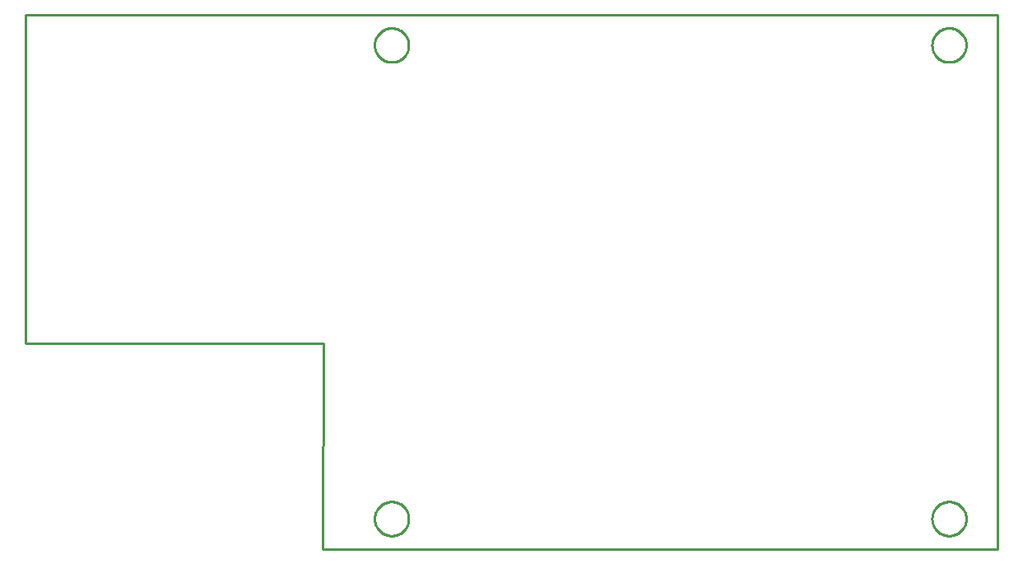
<source format=gbr>
G04 EAGLE Gerber RS-274X export*
G75*
%MOMM*%
%FSLAX34Y34*%
%LPD*%
%IN*%
%IPPOS*%
%AMOC8*
5,1,8,0,0,1.08239X$1,22.5*%
G01*
%ADD10C,0.254000*%


D10*
X50000Y212000D02*
X356000Y212000D01*
X355600Y0D01*
X1050000Y0D01*
X1050000Y550000D01*
X50000Y550000D01*
X50000Y212000D01*
X444000Y517927D02*
X443925Y516784D01*
X443776Y515648D01*
X443552Y514524D01*
X443255Y513417D01*
X442887Y512332D01*
X442449Y511274D01*
X441942Y510246D01*
X441369Y509254D01*
X440732Y508301D01*
X440035Y507392D01*
X439279Y506531D01*
X438469Y505721D01*
X437608Y504965D01*
X436699Y504268D01*
X435746Y503631D01*
X434754Y503058D01*
X433726Y502551D01*
X432668Y502113D01*
X431583Y501745D01*
X430476Y501448D01*
X429352Y501225D01*
X428216Y501075D01*
X427073Y501000D01*
X425927Y501000D01*
X424784Y501075D01*
X423648Y501225D01*
X422524Y501448D01*
X421417Y501745D01*
X420332Y502113D01*
X419274Y502551D01*
X418246Y503058D01*
X417254Y503631D01*
X416301Y504268D01*
X415392Y504965D01*
X414531Y505721D01*
X413721Y506531D01*
X412965Y507392D01*
X412268Y508301D01*
X411631Y509254D01*
X411058Y510246D01*
X410551Y511274D01*
X410113Y512332D01*
X409745Y513417D01*
X409448Y514524D01*
X409225Y515648D01*
X409075Y516784D01*
X409000Y517927D01*
X409000Y519073D01*
X409075Y520216D01*
X409225Y521352D01*
X409448Y522476D01*
X409745Y523583D01*
X410113Y524668D01*
X410551Y525726D01*
X411058Y526754D01*
X411631Y527746D01*
X412268Y528699D01*
X412965Y529608D01*
X413721Y530469D01*
X414531Y531279D01*
X415392Y532035D01*
X416301Y532732D01*
X417254Y533369D01*
X418246Y533942D01*
X419274Y534449D01*
X420332Y534887D01*
X421417Y535255D01*
X422524Y535552D01*
X423648Y535776D01*
X424784Y535925D01*
X425927Y536000D01*
X427073Y536000D01*
X428216Y535925D01*
X429352Y535776D01*
X430476Y535552D01*
X431583Y535255D01*
X432668Y534887D01*
X433726Y534449D01*
X434754Y533942D01*
X435746Y533369D01*
X436699Y532732D01*
X437608Y532035D01*
X438469Y531279D01*
X439279Y530469D01*
X440035Y529608D01*
X440732Y528699D01*
X441369Y527746D01*
X441942Y526754D01*
X442449Y525726D01*
X442887Y524668D01*
X443255Y523583D01*
X443552Y522476D01*
X443776Y521352D01*
X443925Y520216D01*
X444000Y519073D01*
X444000Y517927D01*
X444000Y30927D02*
X443925Y29784D01*
X443776Y28648D01*
X443552Y27524D01*
X443255Y26417D01*
X442887Y25332D01*
X442449Y24274D01*
X441942Y23246D01*
X441369Y22254D01*
X440732Y21301D01*
X440035Y20392D01*
X439279Y19531D01*
X438469Y18721D01*
X437608Y17965D01*
X436699Y17268D01*
X435746Y16631D01*
X434754Y16058D01*
X433726Y15551D01*
X432668Y15113D01*
X431583Y14745D01*
X430476Y14448D01*
X429352Y14225D01*
X428216Y14075D01*
X427073Y14000D01*
X425927Y14000D01*
X424784Y14075D01*
X423648Y14225D01*
X422524Y14448D01*
X421417Y14745D01*
X420332Y15113D01*
X419274Y15551D01*
X418246Y16058D01*
X417254Y16631D01*
X416301Y17268D01*
X415392Y17965D01*
X414531Y18721D01*
X413721Y19531D01*
X412965Y20392D01*
X412268Y21301D01*
X411631Y22254D01*
X411058Y23246D01*
X410551Y24274D01*
X410113Y25332D01*
X409745Y26417D01*
X409448Y27524D01*
X409225Y28648D01*
X409075Y29784D01*
X409000Y30927D01*
X409000Y32073D01*
X409075Y33216D01*
X409225Y34352D01*
X409448Y35476D01*
X409745Y36583D01*
X410113Y37668D01*
X410551Y38726D01*
X411058Y39754D01*
X411631Y40746D01*
X412268Y41699D01*
X412965Y42608D01*
X413721Y43469D01*
X414531Y44279D01*
X415392Y45035D01*
X416301Y45732D01*
X417254Y46369D01*
X418246Y46942D01*
X419274Y47449D01*
X420332Y47887D01*
X421417Y48255D01*
X422524Y48552D01*
X423648Y48776D01*
X424784Y48925D01*
X425927Y49000D01*
X427073Y49000D01*
X428216Y48925D01*
X429352Y48776D01*
X430476Y48552D01*
X431583Y48255D01*
X432668Y47887D01*
X433726Y47449D01*
X434754Y46942D01*
X435746Y46369D01*
X436699Y45732D01*
X437608Y45035D01*
X438469Y44279D01*
X439279Y43469D01*
X440035Y42608D01*
X440732Y41699D01*
X441369Y40746D01*
X441942Y39754D01*
X442449Y38726D01*
X442887Y37668D01*
X443255Y36583D01*
X443552Y35476D01*
X443776Y34352D01*
X443925Y33216D01*
X444000Y32073D01*
X444000Y30927D01*
X1017500Y30927D02*
X1017425Y29784D01*
X1017276Y28648D01*
X1017052Y27524D01*
X1016755Y26417D01*
X1016387Y25332D01*
X1015949Y24274D01*
X1015442Y23246D01*
X1014869Y22254D01*
X1014232Y21301D01*
X1013535Y20392D01*
X1012779Y19531D01*
X1011969Y18721D01*
X1011108Y17965D01*
X1010199Y17268D01*
X1009246Y16631D01*
X1008254Y16058D01*
X1007226Y15551D01*
X1006168Y15113D01*
X1005083Y14745D01*
X1003976Y14448D01*
X1002852Y14225D01*
X1001716Y14075D01*
X1000573Y14000D01*
X999427Y14000D01*
X998284Y14075D01*
X997148Y14225D01*
X996024Y14448D01*
X994917Y14745D01*
X993832Y15113D01*
X992774Y15551D01*
X991746Y16058D01*
X990754Y16631D01*
X989801Y17268D01*
X988892Y17965D01*
X988031Y18721D01*
X987221Y19531D01*
X986465Y20392D01*
X985768Y21301D01*
X985131Y22254D01*
X984558Y23246D01*
X984051Y24274D01*
X983613Y25332D01*
X983245Y26417D01*
X982948Y27524D01*
X982725Y28648D01*
X982575Y29784D01*
X982500Y30927D01*
X982500Y32073D01*
X982575Y33216D01*
X982725Y34352D01*
X982948Y35476D01*
X983245Y36583D01*
X983613Y37668D01*
X984051Y38726D01*
X984558Y39754D01*
X985131Y40746D01*
X985768Y41699D01*
X986465Y42608D01*
X987221Y43469D01*
X988031Y44279D01*
X988892Y45035D01*
X989801Y45732D01*
X990754Y46369D01*
X991746Y46942D01*
X992774Y47449D01*
X993832Y47887D01*
X994917Y48255D01*
X996024Y48552D01*
X997148Y48776D01*
X998284Y48925D01*
X999427Y49000D01*
X1000573Y49000D01*
X1001716Y48925D01*
X1002852Y48776D01*
X1003976Y48552D01*
X1005083Y48255D01*
X1006168Y47887D01*
X1007226Y47449D01*
X1008254Y46942D01*
X1009246Y46369D01*
X1010199Y45732D01*
X1011108Y45035D01*
X1011969Y44279D01*
X1012779Y43469D01*
X1013535Y42608D01*
X1014232Y41699D01*
X1014869Y40746D01*
X1015442Y39754D01*
X1015949Y38726D01*
X1016387Y37668D01*
X1016755Y36583D01*
X1017052Y35476D01*
X1017276Y34352D01*
X1017425Y33216D01*
X1017500Y32073D01*
X1017500Y30927D01*
X1017500Y517927D02*
X1017425Y516784D01*
X1017276Y515648D01*
X1017052Y514524D01*
X1016755Y513417D01*
X1016387Y512332D01*
X1015949Y511274D01*
X1015442Y510246D01*
X1014869Y509254D01*
X1014232Y508301D01*
X1013535Y507392D01*
X1012779Y506531D01*
X1011969Y505721D01*
X1011108Y504965D01*
X1010199Y504268D01*
X1009246Y503631D01*
X1008254Y503058D01*
X1007226Y502551D01*
X1006168Y502113D01*
X1005083Y501745D01*
X1003976Y501448D01*
X1002852Y501225D01*
X1001716Y501075D01*
X1000573Y501000D01*
X999427Y501000D01*
X998284Y501075D01*
X997148Y501225D01*
X996024Y501448D01*
X994917Y501745D01*
X993832Y502113D01*
X992774Y502551D01*
X991746Y503058D01*
X990754Y503631D01*
X989801Y504268D01*
X988892Y504965D01*
X988031Y505721D01*
X987221Y506531D01*
X986465Y507392D01*
X985768Y508301D01*
X985131Y509254D01*
X984558Y510246D01*
X984051Y511274D01*
X983613Y512332D01*
X983245Y513417D01*
X982948Y514524D01*
X982725Y515648D01*
X982575Y516784D01*
X982500Y517927D01*
X982500Y519073D01*
X982575Y520216D01*
X982725Y521352D01*
X982948Y522476D01*
X983245Y523583D01*
X983613Y524668D01*
X984051Y525726D01*
X984558Y526754D01*
X985131Y527746D01*
X985768Y528699D01*
X986465Y529608D01*
X987221Y530469D01*
X988031Y531279D01*
X988892Y532035D01*
X989801Y532732D01*
X990754Y533369D01*
X991746Y533942D01*
X992774Y534449D01*
X993832Y534887D01*
X994917Y535255D01*
X996024Y535552D01*
X997148Y535776D01*
X998284Y535925D01*
X999427Y536000D01*
X1000573Y536000D01*
X1001716Y535925D01*
X1002852Y535776D01*
X1003976Y535552D01*
X1005083Y535255D01*
X1006168Y534887D01*
X1007226Y534449D01*
X1008254Y533942D01*
X1009246Y533369D01*
X1010199Y532732D01*
X1011108Y532035D01*
X1011969Y531279D01*
X1012779Y530469D01*
X1013535Y529608D01*
X1014232Y528699D01*
X1014869Y527746D01*
X1015442Y526754D01*
X1015949Y525726D01*
X1016387Y524668D01*
X1016755Y523583D01*
X1017052Y522476D01*
X1017276Y521352D01*
X1017425Y520216D01*
X1017500Y519073D01*
X1017500Y517927D01*
M02*

</source>
